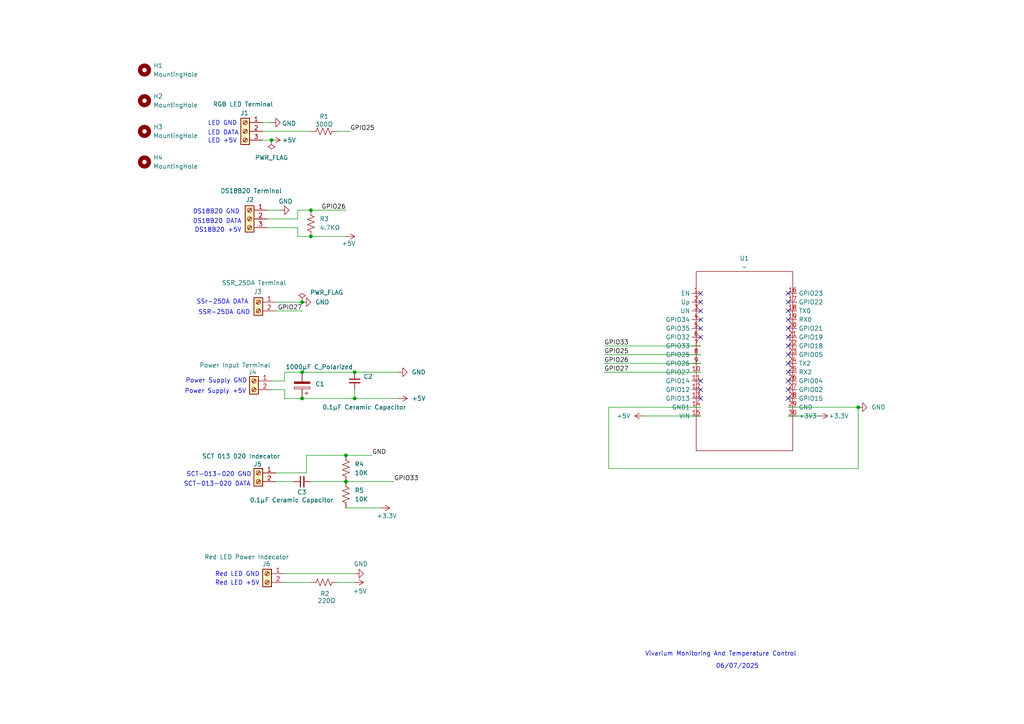
<source format=kicad_sch>
(kicad_sch (version 20250114) (generator "eeschema") (generator_version "9.0")
  (paper "A4")
  (lib_symbols
    (symbol "C_Polarized_1" (pin_numbers (hide yes)) (pin_names (offset 0.254))
      (property "Reference" "C" (at 0.635 2.54 0))
      (property "Value" "C_Polarized" (at 0.635 -2.54 0))
      (symbol "C_Polarized_1_0_1"
        (rectangle (start -2.286 0.508) (end 2.286 1.016))
        (rectangle (start -2.286 -0.508) (end 2.286 -1.016) (fill (type outline)))
        (polyline (pts (xy -1.778 2.286) (xy -0.762 2.286)))
        (polyline (pts (xy -1.27 2.794) (xy -1.27 1.778)))
      )
      (symbol "C_Polarized_1_1_1"
        (pin passive line (at 0 3.81 270) (length 2.794) (name "~") (number "1"))
        (pin passive line (at 0 -3.81 90) (length 2.794) (name "~") (number "2"))
      )
    )
    (symbol "Connector:Screw_Terminal_01x02" (pin_names (offset 1.016) (hide yes))
      (property "Reference" "J" (at 0 2.54 0))
      (property "Value" "Screw_Terminal_01x02" (at 0.254 5.588 0))
      (symbol "Screw_Terminal_01x02_1_1"
        (rectangle (start -1.27 1.27) (end 1.27 -3.81) (stroke (width 0.254)) (fill (type background)))
        (polyline (pts (xy -0.5334 0.3302) (xy 0.3302 -0.508)) (stroke (width 0.1524)))
        (polyline (pts (xy -0.5334 -2.2098) (xy 0.3302 -3.048)) (stroke (width 0.1524)))
        (polyline (pts (xy -0.3556 0.508) (xy 0.508 -0.3302)) (stroke (width 0.1524)))
        (polyline (pts (xy -0.3556 -2.032) (xy 0.508 -2.8702)) (stroke (width 0.1524)))
        (circle (center 0 0) (radius 0.635) (stroke (width 0.1524)))
        (circle (center 0 -2.54) (radius 0.635) (stroke (width 0.1524)))
        (pin passive line (at -5.08 0 0) (length 3.81) (name "Pin_1") (number "1"))
        (pin passive line (at -5.08 -2.54 0) (length 3.81) (name "Pin_2") (number "2"))
      )
    )
    (symbol "ESP32-Custom-Symbols:C_Small" (pin_numbers (hide yes)) (pin_names (offset 0.254) (hide yes))
      (property "Reference" "C" (at 0.254 1.778 0))
      (property "Value" "0.1µF Ceramic Capacitor" (at -12.192 13.208 0))
      (symbol "C_Small_0_1"
        (polyline (pts (xy -1.524 0.508) (xy 1.524 0.508)) (stroke (width 0.3048)))
        (polyline (pts (xy -1.524 -0.508) (xy 1.524 -0.508)) (stroke (width 0.3302)))
      )
      (symbol "C_Small_1_1"
        (pin passive line (at 0 2.54 270) (length 2.032) (name "~") (number "1"))
        (pin passive line (at 0 -2.54 90) (length 2.032) (name "~") (number "2"))
      )
    )
    (symbol "ESP32-Custom-Symbols:ESP32-DevKit"
      (property "Reference" "U" (at 0 0 0))
      (symbol "ESP32-DevKit_0_1"
        (rectangle (start 0 -3.81) (end 28 -55.81))
      )
      (symbol "ESP32-DevKit_1_1"
        (pin input line (at 1.27 -10.16 180) (length 2.54) (name "EN") (number "1"))
        (pin bidirectional line (at 1.27 -12.7 180) (length 2.54) (name "Up") (number "2"))
        (pin bidirectional line (at 1.27 -15.24 180) (length 2.54) (name "UN") (number "3"))
        (pin bidirectional line (at 1.27 -17.78 180) (length 2.54) (name "GPIO34") (number "4"))
        (pin bidirectional line (at 1.27 -20.32 180) (length 2.54) (name "GPIO35") (number "5"))
        (pin bidirectional line (at 1.27 -22.86 180) (length 2.54) (name "GPIO32") (number "6"))
        (pin bidirectional line (at 1.27 -25.4 180) (length 2.54) (name "GPIO33") (number "7"))
        (pin bidirectional line (at 1.27 -27.94 180) (length 2.54) (name "GPIO25") (number "8"))
        (pin bidirectional line (at 1.27 -30.48 180) (length 2.54) (name "GPIO26") (number "9"))
        (pin bidirectional line (at 1.27 -33.02 180) (length 2.54) (name "GPIO27") (number "10"))
        (pin bidirectional line (at 1.27 -35.56 180) (length 2.54) (name "GPIO14") (number "11"))
        (pin bidirectional line (at 1.27 -38.1 180) (length 2.54) (name "GPIO12") (number "12"))
        (pin bidirectional line (at 1.27 -40.64 180) (length 2.54) (name "GPIO13") (number "13"))
        (pin power_in line (at 1.27 -43.18 180) (length 2.54) (name "GND1") (number "14"))
        (pin power_in line (at 1.27 -45.72 180) (length 2.54) (name "VIN") (number "15"))
        (pin bidirectional line (at 26.67 -10.16 0) (length 2.54) (name "GPIO23") (number "16"))
        (pin bidirectional line (at 26.67 -12.7 0) (length 2.54) (name "GPIO22") (number "17"))
        (pin output line (at 26.67 -15.24 0) (length 2.54) (name "TX0") (number "18"))
        (pin input line (at 26.67 -17.78 0) (length 2.54) (name "RX0") (number "19"))
        (pin bidirectional line (at 26.67 -20.32 0) (length 2.54) (name "GPIO21") (number "20"))
        (pin bidirectional line (at 26.67 -22.86 0) (length 2.54) (name "GPIO19") (number "21"))
        (pin bidirectional line (at 26.67 -25.4 0) (length 2.54) (name "GPIO18") (number "22"))
        (pin bidirectional line (at 26.67 -27.94 0) (length 2.54) (name "GPIO05") (number "23"))
        (pin bidirectional line (at 26.67 -30.48 0) (length 2.54) (name "TX2") (number "24"))
        (pin output line (at 26.67 -33.02 0) (length 2.54) (name "RX2") (number "25"))
        (pin bidirectional line (at 26.67 -35.56 0) (length 2.54) (name "GPIO04") (number "26"))
        (pin bidirectional line (at 26.67 -38.1 0) (length 2.54) (name "GPIO02") (number "27"))
        (pin power_in line (at 26.67 -40.64 0) (length 2.54) (name "GPIO15") (number "28"))
        (pin power_in line (at 26.67 -43.18 0) (length 2.54) (name "GND") (number "29"))
        (pin power_out line (at 26.67 -45.72 0) (length 2.54) (name "+3V3") (number "30"))
      )
    )
    (symbol "ESP32-Custom-Symbols:MountingHole" (pin_names (offset 1.016)) (in_bom no)
      (property "Reference" "H" (at 0 5.08 0))
      (property "Value" "MountingHole" (at 0 3.175 0))
      (symbol "MountingHole_0_1"
        (circle (center 0 0) (radius 1.27) (stroke (width 1.27)))
      )
    )
    (symbol "ESP32-Custom-Symbols:R_US" (pin_numbers (hide yes)) (pin_names (offset 0))
      (property "Reference" "R" (at 0 7.62 0))
      (property "Value" "R_US" (at 0 14.478 0))
      (symbol "R_US_0_1"
        (polyline (pts (xy -2.286 10.16) (xy -2.54 10.16)))
        (polyline (pts (xy -2.286 10.16) (xy -1.905 11.176) (xy -1.524 10.16) (xy -1.143 9.144) (xy -0.762 10.16)))
        (polyline (pts (xy -0.762 10.16) (xy -0.381 11.176) (xy 0 10.16) (xy 0.381 9.144) (xy 0.762 10.16)))
        (polyline (pts (xy 0.762 10.16) (xy 1.143 11.176) (xy 1.524 10.16) (xy 1.905 9.144) (xy 2.286 10.16)))
        (polyline (pts (xy 2.286 10.16) (xy 2.54 10.16)))
      )
      (symbol "R_US_1_1"
        (pin passive line (at -3.81 10.16 0) (length 1.27) (name "~") (number "1"))
        (pin passive line (at 3.81 10.16 180) (length 1.27) (name "~") (number "2"))
      )
    )
    (symbol "ESP32-Custom-Symbols:Screw_Terminal_01x02" (pin_names (offset 1.016) (hide yes))
      (property "Reference" "J" (at 0 2.54 0))
      (property "Value" "Screw_Terminal_01x02" (at 0.254 5.588 0))
      (symbol "Screw_Terminal_01x02_1_1"
        (rectangle (start -1.27 1.27) (end 1.27 -3.81) (stroke (width 0.254)) (fill (type background)))
        (polyline (pts (xy -0.5334 0.3302) (xy 0.3302 -0.508)) (stroke (width 0.1524)))
        (polyline (pts (xy -0.5334 -2.2098) (xy 0.3302 -3.048)) (stroke (width 0.1524)))
        (polyline (pts (xy -0.3556 0.508) (xy 0.508 -0.3302)) (stroke (width 0.1524)))
        (polyline (pts (xy -0.3556 -2.032) (xy 0.508 -2.8702)) (stroke (width 0.1524)))
        (circle (center 0 0) (radius 0.635) (stroke (width 0.1524)))
        (circle (center 0 -2.54) (radius 0.635) (stroke (width 0.1524)))
        (pin passive line (at -5.08 0 0) (length 3.81) (name "Pin_1") (number "1"))
        (pin passive line (at -5.08 -2.54 0) (length 3.81) (name "Pin_2") (number "2"))
      )
    )
    (symbol "ESP32-Custom-Symbols:Screw_Terminal_01x03" (pin_names (offset 1.016) (hide yes))
      (property "Reference" "J" (at 0 5.08 0))
      (property "Value" "Screw_Terminal_01x03" (at -0.254 7.366 0))
      (symbol "Screw_Terminal_01x03_1_1"
        (rectangle (start -1.27 3.81) (end 1.27 -3.81) (stroke (width 0.254)) (fill (type background)))
        (polyline (pts (xy -0.5334 2.8702) (xy 0.3302 2.032)) (stroke (width 0.1524)))
        (polyline (pts (xy -0.5334 0.3302) (xy 0.3302 -0.508)) (stroke (width 0.1524)))
        (polyline (pts (xy -0.5334 -2.2098) (xy 0.3302 -3.048)) (stroke (width 0.1524)))
        (polyline (pts (xy -0.3556 3.048) (xy 0.508 2.2098)) (stroke (width 0.1524)))
        (polyline (pts (xy -0.3556 0.508) (xy 0.508 -0.3302)) (stroke (width 0.1524)))
        (polyline (pts (xy -0.3556 -2.032) (xy 0.508 -2.8702)) (stroke (width 0.1524)))
        (circle (center 0 2.54) (radius 0.635) (stroke (width 0.1524)))
        (circle (center 0 0) (radius 0.635) (stroke (width 0.1524)))
        (circle (center 0 -2.54) (radius 0.635) (stroke (width 0.1524)))
        (pin passive line (at -5.08 2.54 0) (length 3.81) (name "Pin_1") (number "1"))
        (pin passive line (at -5.08 0 0) (length 3.81) (name "Pin_2") (number "2"))
        (pin passive line (at -5.08 -2.54 0) (length 3.81) (name "Pin_3") (number "3"))
      )
    )
    (symbol "power:+3.3V" (power) (pin_numbers (hide yes)) (pin_names (offset 0) (hide yes))
      (property "Value" "+3.3V" (at 0 3.556 0))
      (symbol "+3.3V_0_1"
        (polyline (pts (xy -0.762 1.27) (xy 0 2.54)))
        (polyline (pts (xy 0 2.54) (xy 0.762 1.27)))
        (polyline (pts (xy 0 0) (xy 0 2.54)))
      )
      (symbol "+3.3V_1_1"
        (pin power_in line (at 0 0 90) (length 0) (name "~") (number "1"))
      )
    )
    (symbol "power:+5V" (power) (pin_numbers (hide yes)) (pin_names (offset 0) (hide yes))
      (property "Value" "+5V" (at 0 3.556 0))
      (symbol "+5V_0_1"
        (polyline (pts (xy -0.762 1.27) (xy 0 2.54)))
        (polyline (pts (xy 0 2.54) (xy 0.762 1.27)))
        (polyline (pts (xy 0 0) (xy 0 2.54)))
      )
      (symbol "+5V_1_1"
        (pin power_in line (at 0 0 90) (length 0) (name "~") (number "1"))
      )
    )
    (symbol "power:GND" (power) (pin_numbers (hide yes)) (pin_names (offset 0) (hide yes))
      (property "Value" "GND" (at 0 -3.81 0))
      (symbol "GND_0_1"
        (polyline (pts (xy 0 0) (xy 0 -1.27) (xy 1.27 -1.27) (xy 0 -2.54) (xy -1.27 -1.27) (xy 0 -1.27)))
      )
      (symbol "GND_1_1"
        (pin power_in line (at 0 0 270) (length 0) (name "~") (number "1"))
      )
    )
    (symbol "power:PWR_FLAG" (power) (pin_numbers (hide yes)) (pin_names (offset 0) (hide yes))
      (property "Value" "PWR_FLAG" (at 0 3.81 0))
      (symbol "PWR_FLAG_0_0"
        (pin power_out line (at 0 0 90) (length 0) (name "~") (number "1"))
      )
      (symbol "PWR_FLAG_0_1"
        (polyline (pts (xy 0 0) (xy 0 1.27) (xy -1.016 1.905) (xy 0 2.54) (xy 1.016 1.905) (xy 0 1.27)))
      )
    )
  )
  (text "Vivarium Monitoring And Temperature Control" (at 209.042 189.738 0) (effects (font (size 1.27 1.27))))
  (text "DS18B20 DATA" (at 62.992 64.262 0) (effects (font (size 1.27 1.27))))
  (text "SCT-013-020 GND" (at 63.5 137.668 0) (effects (font (size 1.27 1.27))))
  (text "Red LED GND" (at 68.834 166.624 0) (effects (font (size 1.27 1.27))))
  (text "SSR-25DA GND" (at 65.024 90.678 0) (effects (font (size 1.27 1.27))))
  (text "Red LED +5V" (at 68.834 169.164 0) (effects (font (size 1.27 1.27))))
  (text "DS18B20 +5V" (at 63.246 66.802 0) (effects (font (size 1.27 1.27))))
  (text "SSr-25DA DATA" (at 64.516 87.63 0) (effects (font (size 1.27 1.27))))
  (text "SCT-013-020 DATA" (at 62.992 140.462 0) (effects (font (size 1.27 1.27))))
  (text "LED GND" (at 64.516 35.814 0) (effects (font (size 1.27 1.27))))
  (text "LED DATA" (at 64.77 38.608 0) (effects (font (size 1.27 1.27))))
  (text "06/07/2025" (at 213.868 193.294 0) (effects (font (size 1.27 1.27))))
  (text "Power Supply +5V" (at 62.484 113.538 0) (effects (font (size 1.27 1.27))))
  (text "Power Supply GND" (at 62.738 110.49 0) (effects (font (size 1.27 1.27))))
  (text "DS18B20 GND" (at 62.738 61.468 0) (effects (font (size 1.27 1.27))))
  (text "LED +5V" (at 64.516 40.894 0) (effects (font (size 1.27 1.27))))
  (junction (at 87.63 107.95))
  (junction (at 100.33 139.7))
  (junction (at 78.74 40.64))
  (junction (at 87.63 115.57))
  (junction (at 102.87 107.95))
  (junction (at 248.92 118.11))
  (junction (at 100.33 132.08))
  (junction (at 87.63 87.63))
  (junction (at 102.87 115.57))
  (junction (at 90.17 68.58))
  (junction (at 90.17 60.96))
  (no_connect (at 228.6 107.95))
  (no_connect (at 228.6 92.71))
  (no_connect (at 203.2 87.63))
  (no_connect (at 203.2 92.71))
  (no_connect (at 228.6 110.49))
  (no_connect (at 228.6 105.41))
  (no_connect (at 203.2 95.25))
  (no_connect (at 228.6 85.09))
  (no_connect (at 203.2 85.09))
  (no_connect (at 228.6 102.87))
  (no_connect (at 203.2 97.79))
  (no_connect (at 228.6 95.25))
  (no_connect (at 203.2 113.03))
  (no_connect (at 228.6 115.57))
  (no_connect (at 203.2 90.17))
  (no_connect (at 228.6 100.33))
  (no_connect (at 203.2 110.49))
  (no_connect (at 228.6 113.03))
  (no_connect (at 228.6 97.79))
  (no_connect (at 228.6 90.17))
  (no_connect (at 203.2 115.57))
  (no_connect (at 228.6 87.63))
  (wire (pts (xy 90.17 139.7) (xy 100.33 139.7)))
  (wire (pts (xy 176.53 135.89) (xy 248.92 135.89)))
  (wire (pts (xy 203.2 105.41) (xy 175.26 105.41)))
  (wire (pts (xy 203.2 118.11) (xy 176.53 118.11)))
  (wire (pts (xy 97.79 168.91) (xy 102.87 168.91)))
  (wire (pts (xy 77.47 66.04) (xy 86.36 66.04)))
  (wire (pts (xy 248.92 135.89) (xy 248.92 118.11)))
  (wire (pts (xy 82.55 168.91) (xy 90.17 168.91)))
  (wire (pts (xy 78.74 113.03) (xy 82.55 113.03)))
  (wire (pts (xy 176.53 118.11) (xy 176.53 135.89)))
  (wire (pts (xy 100.33 132.08) (xy 107.95 132.08)))
  (wire (pts (xy 175.26 102.87) (xy 203.2 102.87)))
  (wire (pts (xy 88.9 132.08) (xy 100.33 132.08)))
  (wire (pts (xy 228.6 118.11) (xy 248.92 118.11)))
  (wire (pts (xy 82.55 166.37) (xy 102.87 166.37)))
  (wire (pts (xy 86.36 68.58) (xy 90.17 68.58)))
  (wire (pts (xy 87.63 107.95) (xy 102.87 107.95)))
  (wire (pts (xy 87.63 115.57) (xy 102.87 115.57)))
  (wire (pts (xy 90.17 60.96) (xy 100.33 60.96)))
  (wire (pts (xy 88.9 137.16) (xy 88.9 132.08)))
  (wire (pts (xy 76.2 38.1) (xy 90.17 38.1)))
  (wire (pts (xy 102.87 113.03) (xy 102.87 115.57)))
  (wire (pts (xy 97.79 38.1) (xy 101.6 38.1)))
  (wire (pts (xy 175.26 107.95) (xy 203.2 107.95)))
  (wire (pts (xy 100.33 147.32) (xy 110.49 147.32)))
  (wire (pts (xy 77.47 63.5) (xy 86.36 63.5)))
  (wire (pts (xy 77.47 60.96) (xy 81.28 60.96)))
  (wire (pts (xy 76.2 40.64) (xy 78.74 40.64)))
  (wire (pts (xy 100.33 139.7) (xy 114.3 139.7)))
  (wire (pts (xy 82.55 107.95) (xy 87.63 107.95)))
  (wire (pts (xy 80.01 137.16) (xy 88.9 137.16)))
  (wire (pts (xy 82.55 113.03) (xy 82.55 115.57)))
  (wire (pts (xy 102.87 107.95) (xy 115.57 107.95)))
  (wire (pts (xy 78.74 110.49) (xy 82.55 110.49)))
  (wire (pts (xy 82.55 115.57) (xy 87.63 115.57)))
  (wire (pts (xy 102.87 115.57) (xy 115.57 115.57)))
  (wire (pts (xy 90.17 68.58) (xy 100.33 68.58)))
  (wire (pts (xy 76.2 35.56) (xy 78.74 35.56)))
  (wire (pts (xy 86.36 66.04) (xy 86.36 68.58)))
  (wire (pts (xy 80.01 90.17) (xy 87.63 90.17)))
  (wire (pts (xy 82.55 110.49) (xy 82.55 107.95)))
  (wire (pts (xy 86.36 63.5) (xy 86.36 60.96)))
  (wire (pts (xy 228.6 120.65) (xy 237.49 120.65)))
  (wire (pts (xy 86.36 60.96) (xy 90.17 60.96)))
  (wire (pts (xy 186.69 120.65) (xy 203.2 120.65)))
  (wire (pts (xy 80.01 139.7) (xy 85.09 139.7)))
  (wire (pts (xy 175.26 100.33) (xy 203.2 100.33)))
  (wire (pts (xy 80.01 87.63) (xy 87.63 87.63)))
  (label "GND" (at 107.95 132.08 0))
  (label "GPIO27" (at 87.63 90.17 180))
  (label "GPIO27" (at 175.26 107.95 0))
  (label "GPIO25" (at 101.6 38.1 0))
  (label "GPIO26" (at 175.26 105.41 0))
  (label "GPIO33" (at 175.26 100.33 0))
  (label "GPIO26" (at 100.33 60.96 180))
  (label "GPIO25" (at 175.26 102.87 0))
  (label "GPIO33" (at 114.3 139.7 0))
  (symbol (lib_id "ESP32-Custom-Symbols:ESP32-DevKit") (at 201.93 74.93 0) (unit 1)
    (property "Reference" "U1" (at 215.9 74.93 0))
    (property "Value" "~" (at 215.9 77.47 0))
    (property "Footprint" "ESP32_Custom_Footprints:ESP32-DevKit" (effects (hide yes)))
  )
  (symbol (lib_id "power:GND") (at 115.57 107.95 90) (unit 1)
    (property "Reference" "#PWR011" (effects (hide yes)))
    (property "Value" "GND" (at 119.38 107.9499 90) (effects (justify right)))
    (property "Description" "Power symbol creates a global label with name \"GND\" , ground" (effects (hide yes)))
  )
  (symbol (lib_id "ESP32-Custom-Symbols:Screw_Terminal_01x02") (at 77.47 166.37 0) (mirror y) (unit 1)
    (property "Reference" "J6" (at 78.486 163.576 0) (effects (justify left)))
    (property "Value" "Red LED Power Indecator" (at 83.82 161.544 0) (effects (justify left)))
    (property "Footprint" "ESP32_Custom_Footprints:TerminalBlock_bornier-2_P5.08mm" (effects (hide yes)))
    (property "Description" "Generic screw terminal, single row, 01x02, script generated (kicad-library-utils/schlib/autogen/connector/)" (effects (hide yes)))
  )
  (symbol (lib_id "ESP32-Custom-Symbols:MountingHole") (at 41.91 46.99 0) (unit 1) (in_bom no)
    (property "Reference" "H4" (at 44.45 45.7199 0) (effects (justify left)))
    (property "Value" "MountingHole" (at 44.45 48.2599 0) (effects (justify left)))
    (property "Footprint" "ESP32_Custom_Footprints:MountingHole_3.2mm_M3_ISO7380" (effects (hide yes)))
    (property "Description" "Mounting Hole without connection" (effects (hide yes)))
  )
  (symbol (lib_id "ESP32-Custom-Symbols:C_Small") (at 102.87 110.49 0) (unit 1)
    (property "Reference" "C2" (at 105.41 109.2262 0) (effects (justify left)))
    (property "Value" "0.1µF Ceramic Capacitor" (at 93.472 118.11 0) (effects (justify left)))
    (property "Footprint" "ESP32_Custom_Footprints:C_Disc_D3.0mm_W1.6mm_P2.50mm" (effects (hide yes)))
    (property "Description" "Unpolarized capacitor, small symbol" (effects (hide yes)))
  )
  (symbol (lib_id "power:+5V") (at 186.69 120.65 90) (unit 1)
    (property "Reference" "#PWR08" (effects (hide yes)))
    (property "Value" "+5V" (at 182.88 120.6499 90) (effects (justify left)))
    (property "Description" "Power symbol creates a global label with name \"+5V\"" (effects (hide yes)))
  )
  (symbol (lib_id "power:GND") (at 78.74 35.56 90) (unit 1)
    (property "Reference" "#PWR01" (effects (hide yes)))
    (property "Value" "GND" (at 81.788 35.814 90) (effects (justify right)))
    (property "Description" "Power symbol creates a global label with name \"GND\" , ground" (effects (hide yes)))
  )
  (symbol (lib_id "ESP32-Custom-Symbols:R_US") (at 100.33 64.77 90) (unit 1)
    (property "Reference" "R3" (at 92.71 63.4999 90) (effects (justify right)))
    (property "Value" "4.7KΩ" (at 92.71 66.0399 90) (effects (justify right)))
    (property "Footprint" "ESP32_Custom_Footprints:R_Axial_DIN0207_L6.3mm_D2.5mm_P7.62mm_Horizontal" (effects (hide yes)))
    (property "Description" "Resistor, US symbol" (effects (hide yes)))
  )
  (symbol (lib_id "ESP32-Custom-Symbols:R_US") (at 110.49 143.51 90) (unit 1)
    (property "Reference" "R5" (at 102.87 142.2399 90) (effects (justify right)))
    (property "Value" "10K" (at 102.87 144.7799 90) (effects (justify right)))
    (property "Footprint" "ESP32_Custom_Footprints:R_Axial_DIN0207_L6.3mm_D2.5mm_P7.62mm_Horizontal" (effects (hide yes)))
    (property "Description" "Resistor, US symbol" (effects (hide yes)))
  )
  (symbol (lib_id "ESP32-Custom-Symbols:Screw_Terminal_01x02") (at 74.93 137.16 0) (mirror y) (unit 1)
    (property "Reference" "J5" (at 75.946 134.62 0) (effects (justify left)))
    (property "Value" "SCT 013 020 Indecator" (at 81.28 132.334 0) (effects (justify left)))
    (property "Footprint" "ESP32_Custom_Footprints:TerminalBlock_bornier-2_P5.08mm" (effects (hide yes)))
    (property "Description" "Generic screw terminal, single row, 01x02, script generated (kicad-library-utils/schlib/autogen/connector/)" (effects (hide yes)))
  )
  (symbol (lib_id "power:GND") (at 102.87 166.37 90) (unit 1)
    (property "Reference" "#PWR06" (effects (hide yes)))
    (property "Value" "GND" (at 102.616 163.576 90) (effects (justify right)))
    (property "Description" "Power symbol creates a global label with name \"GND\" , ground" (effects (hide yes)))
  )
  (symbol (lib_id "ESP32-Custom-Symbols:Screw_Terminal_01x02") (at 73.66 110.49 0) (mirror y) (unit 1)
    (property "Reference" "J4" (at 74.422 107.95 0) (effects (justify left)))
    (property "Value" "Power Input Terminal" (at 78.486 105.918 0) (effects (justify left)))
    (property "Footprint" "ESP32_Custom_Footprints:TerminalBlock_bornier-2_P5.08mm" (effects (hide yes)))
    (property "Description" "Generic screw terminal, single row, 01x02, script generated (kicad-library-utils/schlib/autogen/connector/)" (effects (hide yes)))
  )
  (symbol (lib_id "power:GND") (at 87.63 87.63 90) (unit 1)
    (property "Reference" "#PWR04" (effects (hide yes)))
    (property "Value" "GND" (at 91.44 87.6299 90) (effects (justify right)))
    (property "Description" "Power symbol creates a global label with name \"GND\" , ground" (effects (hide yes)))
  )
  (symbol (lib_id "ESP32-Custom-Symbols:MountingHole") (at 41.91 38.1 0) (unit 1) (in_bom no)
    (property "Reference" "H3" (at 44.45 36.8299 0) (effects (justify left)))
    (property "Value" "MountingHole" (at 44.45 39.3699 0) (effects (justify left)))
    (property "Footprint" "ESP32_Custom_Footprints:MountingHole_3.2mm_M3_ISO7380" (effects (hide yes)))
    (property "Description" "Mounting Hole without connection" (effects (hide yes)))
  )
  (symbol (lib_id "power:GND") (at 248.92 118.11 90) (unit 1)
    (property "Reference" "#PWR010" (effects (hide yes)))
    (property "Value" "GND" (at 252.73 118.1099 90) (effects (justify right)))
    (property "Description" "Power symbol creates a global label with name \"GND\" , ground" (effects (hide yes)))
  )
  (symbol (lib_name "C_Polarized_1") (lib_id "ESP32-Custom-Symbols:C_Polarized") (at 87.63 111.76 180) (unit 1)
    (property "Reference" "C1" (at 91.44 111.3789 0) (effects (justify right)))
    (property "Value" "1000µF C_Polarized" (at 82.804 106.426 0) (effects (justify right)))
    (property "Footprint" "ESP32_Custom_Footprints:CP_Radial_D8.0mm_P2.50mm" (effects (hide yes)))
    (property "Description" "Polarized capacitor" (effects (hide yes)))
  )
  (symbol (lib_id "power:GND") (at 81.28 60.96 90) (unit 1)
    (property "Reference" "#PWR03" (effects (hide yes)))
    (property "Value" "GND" (at 80.772 58.42 90) (effects (justify right)))
    (property "Description" "Power symbol creates a global label with name \"GND\" , ground" (effects (hide yes)))
  )
  (symbol (lib_id "power:+5V") (at 102.87 168.91 270) (unit 1)
    (property "Reference" "#PWR07" (effects (hide yes)))
    (property "Value" "+5V" (at 102.362 171.45 90) (effects (justify left)))
    (property "Description" "Power symbol creates a global label with name \"+5V\"" (effects (hide yes)))
  )
  (symbol (lib_id "ESP32-Custom-Symbols:R_US") (at 110.49 135.89 90) (unit 1)
    (property "Reference" "R4" (at 102.87 134.6199 90) (effects (justify right)))
    (property "Value" "10K" (at 102.87 137.1599 90) (effects (justify right)))
    (property "Footprint" "ESP32_Custom_Footprints:R_Axial_DIN0207_L6.3mm_D2.5mm_P7.62mm_Horizontal" (effects (hide yes)))
    (property "Description" "Resistor, US symbol" (effects (hide yes)))
  )
  (symbol (lib_id "power:+3.3V") (at 237.49 120.65 270) (unit 1)
    (property "Reference" "#PWR09" (effects (hide yes)))
    (property "Value" "+3.3V" (at 240.284 120.65 90) (effects (justify left)))
    (property "Description" "Power symbol creates a global label with name \"+3.3V\"" (effects (hide yes)))
  )
  (symbol (lib_id "ESP32-Custom-Symbols:Screw_Terminal_01x03") (at 71.12 38.1 0) (mirror y) (unit 1)
    (property "Reference" "J1" (at 72.136 32.766 0) (effects (justify left)))
    (property "Value" "RGB LED Terminal" (at 79.248 30.226 0) (effects (justify left)))
    (property "Footprint" "ESP32_Custom_Footprints:TerminalBlock_bornier-3_P5.08mm" (effects (hide yes)))
    (property "Description" "Generic screw terminal, single row, 01x03, script generated (kicad-library-utils/schlib/autogen/connector/)" (effects (hide yes)))
  )
  (symbol (lib_id "ESP32-Custom-Symbols:MountingHole") (at 41.91 20.32 0) (unit 1) (in_bom no)
    (property "Reference" "H1" (at 44.45 19.0499 0) (effects (justify left)))
    (property "Value" "MountingHole" (at 44.45 21.5899 0) (effects (justify left)))
    (property "Footprint" "ESP32_Custom_Footprints:MountingHole_3.2mm_M3_ISO7380" (effects (hide yes)))
    (property "Description" "Mounting Hole without connection" (effects (hide yes)))
  )
  (symbol (lib_id "power:+3.3V") (at 110.49 147.32 270) (unit 1)
    (property "Reference" "#PWR013" (effects (hide yes)))
    (property "Value" "+3.3V" (at 109.22 149.606 90) (effects (justify left)))
    (property "Description" "Power symbol creates a global label with name \"+3.3V\"" (effects (hide yes)))
  )
  (symbol (lib_id "Connector:Screw_Terminal_01x02") (at 74.93 87.63 0) (mirror y) (unit 1)
    (property "Reference" "J3" (at 75.946 84.582 0) (effects (justify left)))
    (property "Value" "SSR_25DA Terminal" (at 83.058 82.042 0) (effects (justify left)))
    (property "Footprint" "ESP32_Custom_Footprints:TerminalBlock_bornier-2_P5.08mm" (effects (hide yes)))
    (property "Description" "Generic screw terminal, single row, 01x02, script generated (kicad-library-utils/schlib/autogen/connector/)" (effects (hide yes)))
  )
  (symbol (lib_id "power:+5V") (at 100.33 68.58 270) (unit 1)
    (property "Reference" "#PWR05" (effects (hide yes)))
    (property "Value" "+5V" (at 99.06 70.612 90) (effects (justify left)))
    (property "Description" "Power symbol creates a global label with name \"+5V\"" (effects (hide yes)))
  )
  (symbol (lib_id "ESP32-Custom-Symbols:R_US") (at 93.98 48.26 0) (unit 1)
    (property "Reference" "R1" (at 93.98 33.782 0))
    (property "Value" "300Ω" (at 93.98 36.068 0))
    (property "Footprint" "ESP32_Custom_Footprints:R_Axial_DIN0207_L6.3mm_D2.5mm_P7.62mm_Horizontal" (effects (hide yes)))
    (property "Description" "Resistor, US symbol" (effects (hide yes)))
  )
  (symbol (lib_id "ESP32-Custom-Symbols:Screw_Terminal_01x03") (at 72.39 63.5 0) (mirror y) (unit 1)
    (property "Reference" "J2" (at 73.66 57.912 0) (effects (justify left)))
    (property "Value" "DS18B20 Terminal" (at 81.788 55.372 0) (effects (justify left)))
    (property "Footprint" "ESP32_Custom_Footprints:TerminalBlock_bornier-3_P5.08mm" (effects (hide yes)))
    (property "Description" "Generic screw terminal, single row, 01x03, script generated (kicad-library-utils/schlib/autogen/connector/)" (effects (hide yes)))
  )
  (symbol (lib_id "ESP32-Custom-Symbols:MountingHole") (at 41.91 29.21 0) (unit 1) (in_bom no)
    (property "Reference" "H2" (at 44.45 27.9399 0) (effects (justify left)))
    (property "Value" "MountingHole" (at 44.45 30.4799 0) (effects (justify left)))
    (property "Footprint" "ESP32_Custom_Footprints:MountingHole_3.2mm_M3_ISO7380" (effects (hide yes)))
    (property "Description" "Mounting Hole without connection" (effects (hide yes)))
  )
  (symbol (lib_id "power:PWR_FLAG") (at 87.63 87.63 0) (unit 1)
    (property "Reference" "#FLG02" (effects (hide yes)))
    (property "Value" "PWR_FLAG" (at 94.742 84.836 0))
    (property "Description" "Special symbol for telling ERC where power comes from" (effects (hide yes)))
  )
  (symbol (lib_id "ESP32-Custom-Symbols:R_US") (at 93.98 179.07 0) (unit 1)
    (property "Reference" "R2" (at 94.234 172.212 0))
    (property "Value" "220Ω" (at 94.742 174.244 0))
    (property "Footprint" "ESP32_Custom_Footprints:R_Axial_DIN0207_L6.3mm_D2.5mm_P7.62mm_Horizontal" (effects (hide yes)))
    (property "Description" "Resistor, US symbol" (effects (hide yes)))
  )
  (symbol (lib_id "power:PWR_FLAG") (at 78.74 40.64 180) (unit 1)
    (property "Reference" "#FLG01" (effects (hide yes)))
    (property "Value" "PWR_FLAG" (at 78.74 45.72 0))
    (property "Description" "Special symbol for telling ERC where power comes from" (effects (hide yes)))
  )
  (symbol (lib_id "power:+5V") (at 78.74 40.64 270) (unit 1)
    (property "Reference" "#PWR02" (effects (hide yes)))
    (property "Value" "+5V" (at 81.788 40.64 90) (effects (justify left)))
    (property "Description" "Power symbol creates a global label with name \"+5V\"" (effects (hide yes)))
  )
  (symbol (lib_id "ESP32-Custom-Symbols:C_Small") (at 87.63 139.7 90) (unit 1)
    (property "Reference" "C3" (at 88.9 142.748 90) (effects (justify left)))
    (property "Value" "0.1µF Ceramic Capacitor" (at 96.774 145.034 90) (effects (justify left)))
    (property "Footprint" "ESP32_Custom_Footprints:C_Disc_D3.0mm_W1.6mm_P2.50mm" (effects (hide yes)))
    (property "Description" "Unpolarized capacitor, small symbol" (effects (hide yes)))
  )
  (symbol (lib_id "power:+5V") (at 115.57 115.57 270) (unit 1)
    (property "Reference" "#PWR012" (effects (hide yes)))
    (property "Value" "+5V" (at 119.38 115.5699 90) (effects (justify left)))
    (property "Description" "Power symbol creates a global label with name \"+5V\"" (effects (hide yes)))
  )
)
</source>
